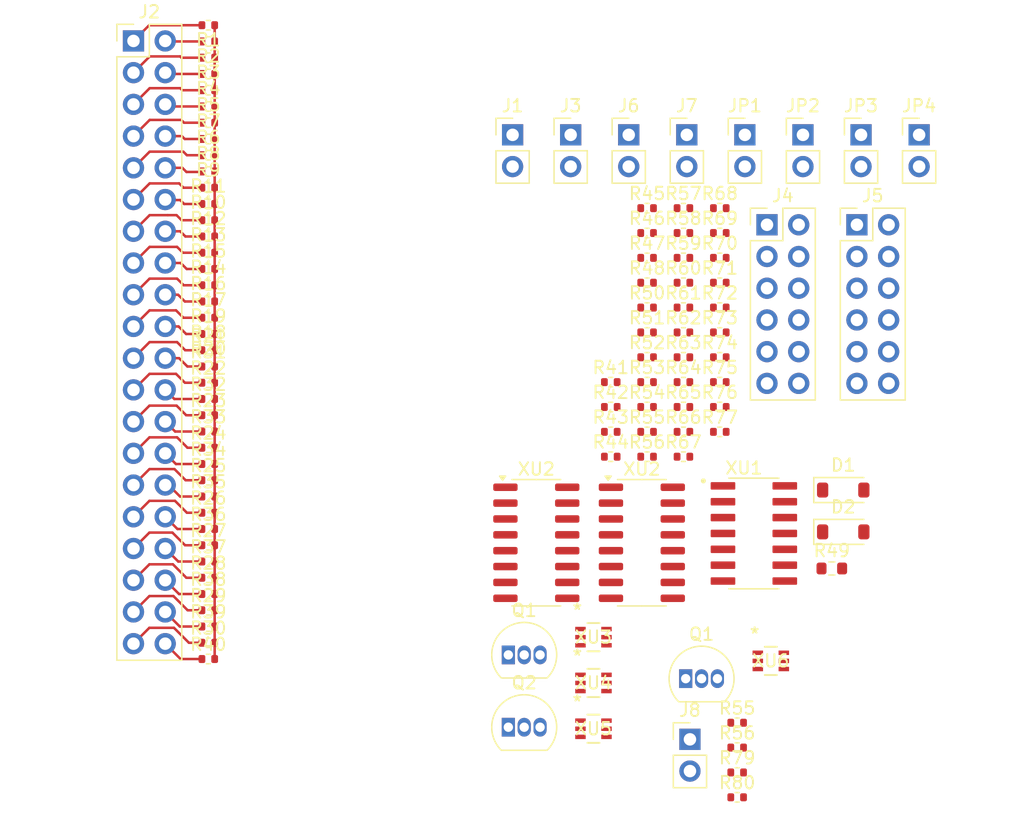
<source format=kicad_pcb>
(kicad_pcb (version 20240108) (generator "pcbnew") (generator_version "8.0")
  (layers (0 "F.Cu" signal) (31 "B.Cu" signal) (34 "B.Paste" user) (35 "F.Paste" user) (36 "B.SilkS" user "B.Silkscreen") (37 "F.SilkS" user "F.Silkscreen") (38 "B.Mask" user) (39 "F.Mask" user) (44 "Edge.Cuts" user))
  (net 0 "")
  (net 1 "Net-(D1-A)")
  (net 2 "Net-(D1-K)")
  (net 3 "+15V")
  (net 4 "Net-(J1-Pin_2)")
  (net 5 "Net-(J1-Pin_1)")
  (net 6 "Net-(J2-Pin_1)")
  (net 7 "Net-(J2-Pin_7)")
  (net 8 "Net-(J2-Pin_36)")
  (net 9 "Net-(J2-Pin_34)")
  (net 10 "Net-(J2-Pin_40)")
  (net 11 "Net-(J2-Pin_32)")
  (net 12 "Net-(J2-Pin_17)")
  (net 13 "Net-(J2-Pin_23)")
  (net 14 "Net-(J2-Pin_5)")
  (net 15 "Net-(J2-Pin_27)")
  (net 16 "Net-(J2-Pin_33)")
  (net 17 "Net-(J2-Pin_18)")
  (net 18 "Net-(J2-Pin_22)")
  (net 19 "Net-(J2-Pin_15)")
  (net 20 "Net-(J2-Pin_16)")
  (net 21 "Net-(J2-Pin_38)")
  (net 22 "Net-(J2-Pin_35)")
  (net 23 "Net-(J2-Pin_20)")
  (net 24 "Net-(J2-Pin_8)")
  (net 25 "Net-(J2-Pin_26)")
  (net 26 "Net-(J2-Pin_12)")
  (net 27 "Net-(J2-Pin_19)")
  (net 28 "Net-(J2-Pin_21)")
  (net 29 "Net-(J2-Pin_6)")
  (net 30 "Net-(J2-Pin_30)")
  (net 31 "Net-(J2-Pin_25)")
  (net 32 "Net-(J2-Pin_24)")
  (net 33 "Net-(J2-Pin_10)")
  (net 34 "Net-(J2-Pin_29)")
  (net 35 "Net-(J2-Pin_28)")
  (net 36 "Net-(J2-Pin_39)")
  (net 37 "Net-(J2-Pin_37)")
  (net 38 "Net-(J2-Pin_3)")
  (net 39 "Net-(J2-Pin_11)")
  (net 40 "Net-(J2-Pin_4)")
  (net 41 "Net-(J2-Pin_14)")
  (net 42 "Net-(J2-Pin_9)")
  (net 43 "Net-(J2-Pin_2)")
  (net 44 "Net-(J2-Pin_13)")
  (net 45 "Net-(J2-Pin_31)")
  (net 46 "/V_out")
  (net 47 "GND")
  (net 48 "3.3V")
  (net 49 "V_bias")
  (net 50 "-15V")
  (net 51 "V_slope")
  (net 52 "/V_slope_l")
  (net 53 "/V_bias_l")
  (net 54 "Net-(JP1-B)")
  (net 55 "Net-(JP1-A)")
  (net 56 "Net-(JP2-B)")
  (net 57 "Net-(JP3-B)")
  (net 58 "Net-(JP4-B)")
  (net 59 "Net-(Q1-B)")
  (net 60 "Net-(Q1-E)")
  (net 61 "/V_sink")
  (net 62 "/V_in")
  (net 63 "0")
  (net 64 "Net-(XU4-3)")
  (net 65 "Net-(XU4-6)")
  (net 66 "Net-(XU5-3)")
  (net 67 "Net-(XU1B-+)")
  (net 68 "Net-(XU1B--)")
  (net 69 "Net-(XU2A--)")
  (net 70 "Net-(XU2A-+)")
  (net 71 "Net-(R60-Pad1)")
  (net 72 "Net-(R61-Pad2)")
  (net 73 "Net-(R62-Pad1)")
  (net 74 "Net-(XU1C--)")
  (net 75 "Net-(R67-Pad1)")
  (net 76 "Net-(XU1C-+)")
  (net 77 "Net-(R69-Pad1)")
  (net 78 "Net-(R71-Pad2)")
  (net 79 "Net-(R72-Pad2)")
  (net 80 "Net-(XU1D-+)")
  (net 81 "Net-(XU1D--)")
  (net 84 "Net-(J8-Pin_1)")
  (net 85 "Net-(J8-Pin_2)")
  (net 86 "/out_bias")
  (net 87 "/V_diff_out")
  (net 88 "/V_diff_n")
  (net 89 "/V_sum")
  (net 90 "/V_sum_bias")
  (net 91 "/V_diff_p")
  (net 92 "Net-(XU4-1)")
  (net 93 "Net-(XU6-1)")
  (net 94 "Net-(XU5-4)")
  (net 95 "Net-(XU5-6)")
  (footprint "Resistor_SMD:R_0402_1005Metric" (layer "F.Cu") (at 99.25 36.903846 180)
    (property "Reference" "R4")
    (property "Value" "100k")
  )
  (footprint "Resistor_SMD:R_0402_1005Metric" (layer "F.Cu") (at 140.205 59.59)
    (property "Reference" "R74")
    (property "Value" "91k")
  )
  (footprint "Resistor_SMD:R_0402_1005Metric" (layer "F.Cu") (at 99.25 77.243588)
    (property "Reference" "R28")
    (property "Value" "100k")
  )
  (footprint "Resistor_SMD:R_0402_1005Metric" (layer "F.Cu") (at 134.385 47.65)
    (property "Reference" "R45")
    (property "Value" "10k")
  )
  (footprint "Resistor_SMD:R_0402_1005Metric" (layer "F.Cu") (at 134.385 63.57)
    (property "Reference" "R54")
    (property "Value" "100k")
  )
  (footprint "Connector_PinHeader_2.54mm:PinHeader_1x02_P2.54mm_Vertical" (layer "F.Cu") (at 146.865 41.78)
    (property "Reference" "JP2")
    (property "Value" "Jumper_2_Small_Open")
  )
  (footprint "Resistor_SMD:R_0402_1005Metric" (layer "F.Cu") (at 99.25 83.75)
    (property "Reference" "R40")
    (property "Value" "100k")
  )
  (footprint "Resistor_SMD:R_0402_1005Metric" (layer "F.Cu") (at 99.25 43.410256 180)
    (property "Reference" "R9")
    (property "Value" "100k")
  )
  (footprint "Resistor_SMD:R_0402_1005Metric" (layer "F.Cu") (at 99.25 69.435896)
    (property "Reference" "R25")
    (property "Value" "100k")
  )
  (footprint "Resistor_SMD:R_0402_1005Metric" (layer "F.Cu") (at 137.295 65.56)
    (property "Reference" "R66")
    (property "Value" "10k")
  )
  (footprint "Resistor_SMD:R_0402_1005Metric" (layer "F.Cu") (at 99.25 44.711538 180)
    (property "Reference" "R11")
    (property "Value" "100k")
  )
  (footprint "Resistor_SMD:R_0402_1005Metric" (layer "F.Cu") (at 99.25 57.724358 180)
    (property "Reference" "R20")
    (property "Value" "100k")
  )
  (footprint "Resistor_SMD:R_0402_1005Metric" (layer "F.Cu") (at 131.475 65.56)
    (property "Reference" "R43")
    (property "Value" "35k")
  )
  (footprint "Resistor_SMD:R_0402_1005Metric" (layer "F.Cu") (at 99.25 65.53205)
    (property "Reference" "R33")
    (property "Value" "100k")
  )
  (footprint "Resistor_SMD:R_0402_1005Metric" (layer "F.Cu") (at 99.25 59.02564)
    (property "Reference" "R21")
    (property "Value" "100k")
  )
  (footprint "Connector_PinHeader_2.54mm:PinHeader_2x06_P2.54mm_Vertical" (layer "F.Cu") (at 143.985 48.98)
    (property "Reference" "J4")
    (property "Value" "Conn_02x06_Counter_Clockwise")
  )
  (footprint "Resistor_SMD:R_0402_1005Metric" (layer "F.Cu") (at 131.475 61.58)
    (property "Reference" "R41")
    (property "Value" "100k")
  )
  (footprint "Connector_PinHeader_2.54mm:PinHeader_1x02_P2.54mm_Vertical" (layer "F.Cu") (at 156.165 41.78)
    (property "Reference" "JP4")
    (property "Value" "Jumper_2_Small_Open")
  )
  (footprint "Resistor_SMD:R_0402_1005Metric" (layer "F.Cu") (at 99.25 55.121794 180)
    (property "Reference" "R19")
    (property "Value" "100k")
  )
  (footprint "Resistor_SMD:R_0402_1005Metric" (layer "F.Cu") (at 134.385 61.58)
    (property "Reference" "R53")
    (property "Value" "1k")
  )
  (footprint "Package_TO_SOT_THT:TO-92_Inline" (layer "F.Cu") (at 137.4757 85.321499)
    (property "Reference" "Q1")
    (property "Value" "2N3904")
  )
  (footprint "Package_TO_SOT_THT:TO-92_Inline" (layer "F.Cu") (at 123.275 89.21)
    (property "Reference" "Q2")
    (property "Value" "2N3904")
  )
  (footprint "Resistor_SMD:R_0402_1005Metric" (layer "F.Cu") (at 137.295 63.57)
    (property "Reference" "R65")
    (property "Value" "91k")
  )
  (footprint "Resistor_SMD:R_0402_1005Metric" (layer "F.Cu") (at 141.5957 94.821499)
    (property "Reference" "R80")
    (property "Value" "33k")
  )
  (footprint "Package_SO:SOIC-16_3.9x9.9mm_P1.27mm" (layer "F.Cu") (at 133.965 74.44)
    (property "Reference" "XU2")
    (property "Value" "LM13700")
  )
  (footprint "Resistor_SMD:R_0402_1005Metric" (layer "F.Cu") (at 99.25 62.929486)
    (property "Reference" "R32")
    (property "Value" "100k")
  )
  (footprint "Resistor_SMD:R_0402_1005Metric" (layer "F.Cu") (at 141.5957 90.841499)
    (property "Reference" "R56")
    (property "Value" "100k")
  )
  (footprint "ul_SSM6N7002CFU-LF_footprints:SOT-363   US6_TOS" (layer "F.Cu") (at 144.2914 83.899999)
    (property "Reference" "XU6")
    (property "Value" "SSM6N7002CFU_LF")
  )
  (footprint "Resistor_SMD:R_0402_1005Metric" (layer "F.Cu") (at 134.385 57.6)
    (property "Reference" "R51")
    (property "Value" "1k")
  )
  (footprint "Resistor_SMD:R_0402_1005Metric" (layer "F.Cu") (at 99.25 34.301282 180)
    (property "Reference" "R2")
    (property "Value" "100k")
  )
  (footprint "Resistor_SMD:R_0402_1005Metric" (layer "F.Cu") (at 134.385 59.59)
    (property "Reference" "R52")
    (property "Value" "1k")
  )
  (footprint "Resistor_SMD:R_0402_1005Metric" (layer "F.Cu") (at 99.25 82.448716)
    (property "Reference" "R30")
    (property "Value" "100k")
  )
  (footprint "Connector_PinHeader_2.54mm:PinHeader_1x02_P2.54mm_Vertical" (layer "F.Cu") (at 137.8157 90.181499)
    (property "Reference" "J8")
    (property "Value" "Conn_01x02_Pin")
  )
  (footprint "Resistor_SMD:R_0402_1005Metric" (layer "F.Cu") (at 99.25 47.314102 180)
    (property "Reference" "R12")
    (property "Value" "100k")
  )
  (footprint "Resistor_SMD:R_0402_1005Metric" (layer "F.Cu") (at 99.25 38.205128 180)
    (property "Reference" "R5")
    (property "Value" "100k")
  )
  (footprint "Connector_PinHeader_2.54mm:PinHeader_2x06_P2.54mm_Vertical" (layer "F.Cu") (at 151.185 48.98)
    (property "Reference" "J5")
    (property "Value" "Conn_02x06_Counter_Clockwise")
  )
  (footprint "Connector_PinHeader_2.54mm:PinHeader_1x02_P2.54mm_Vertical" (layer "F.Cu") (at 137.565 41.78)
    (property "Reference" "J7")
    (property "Value" "Conn_01x02_Pin")
  )
  (footprint "Resistor_SMD:R_0402_1005Metric" (layer "F.Cu") (at 99.25 40.807692 180)
    (property "Reference" "R6")
    (property "Value" "100k")
  )
  (footprint "Resistor_SMD:R_0402_1005Metric" (layer "F.Cu") (at 99.25 35.602564 180)
    (property "Reference" "R3")
    (property "Value" "100k")
  )
  (footprint "Resistor_SMD:R_0402_1005Metric" (layer "F.Cu") (at 99.25 61.628204)
    (property "Reference" "R22")
    (property "Value" "100k")
  )
  (footprint "Resistor_SMD:R_0402_1005Metric" (layer "F.Cu") (at 140.205 49.64)
    (property "Reference" "R69")
    (property "Value" "10k")
  )
  (footprint "Resistor_SMD:R_0402_1005Metric" (layer "F.Cu") (at 99.25 39.50641 180)
    (property "Reference" "R7")
    (property "Value" "100k")
  )
  (footprint "Resistor_SMD:R_0402_1005Metric" (layer "F.Cu") (at 99.25 64.230768)
    (property "Reference" "R23")
    (property "Value" "100k")
  )
  (footprint "Resistor_SMD:R_0402_1005Metric" (layer "F.Cu") (at 140.205 57.6)
    (property "Reference" "R73")
    (property "Value" "10k")
  )
  (footprint "Resistor_SMD:R_0402_1005Metric" (layer "F.Cu") (at 137.295 61.58)
    (property "Reference" "R64")
    (property "Value" "10k")
  )
  (footprint "Diode_SMD:D_SOD-123" (layer "F.Cu") (at 150.09 73.57)
    (property "Reference" "D2")
    (property "Value" "1N4148WGW")
  )
  (footprint "Resistor_SMD:R_0402_1005Metric" (layer "F.Cu") (at 134.385 49.64)
    (property "Reference" "R46")
    (property "Value" "100k")
  )
  (footprint "Connector_PinHeader_2.54mm:PinHeader_1x02_P2.54mm_Vertical" (layer "F.Cu") (at 123.615 41.78)
    (property "Reference" "J1")
    (property "Value" "Conn_01x02_Pin")
  )
  (footprint "Resistor_SMD:R_0402_1005Metric" (layer "F.Cu") (at 131.475 63.57)
    (property "Reference" "R42")
    (property "Value" "1k")
  )
  (footprint "Resistor_SMD:R_0402_1005Metric" (layer "F.Cu") (at 137.295 49.64)
    (property "Reference" "R58")
    (property "Value" "100k")
  )
  (footprint "Resistor_SMD:R_0402_1005Metric" (layer "F.Cu") (at 140.205 61.58)
    (property "Reference" "R75")
    (property "Value" "91k")
  )
  (footprint "Package_SO:SOIC-16_3.9x9.9mm_P1.27mm" (layer "F.Cu") (at 125.515 74.44)
    (property "Reference" "XU2")
    (property "Value" "LM13700")
  )
  (footprint "Resistor_SMD:R_0402_1005Metric" (layer "F.Cu") (at 141.5957 88.851499)
    (property "Reference" "R55")
    (property "Value" "100k")
  )
  (footprint "Resistor_SMD:R_0402_1005Metric" (layer "F.Cu") (at 137.295 67.55)
    (property "Reference" "R67")
    (property "Value" "91k")
  )
  (footprint "Connector_PinHeader_2.54mm:PinHeader_2x20_P2.54mm_Vertical" (layer "F.Cu") (at 93.26 34.26)
    (property "Reference" "J2")
    (property "Value" "Conn_02x20_Counter_Clockwise")
  )
  (footprint "Diode_SMD:D_SOD-123" (layer "F.Cu") (at 150.09 70.22)
    (property "Reference" "D1")
    (property "Value" "1N4148WGW")
  )
  (footprint "Resistor_SMD:R_0402_1005Metric" (layer "F.Cu") (at 99.25 79.846152)
    (property "Reference" "R29")
    (property "Value" "100k")
  )
  (footprint "Resistor_SMD:R_0402_1005Metric" (layer "F.Cu") (at 99.25 68.134614)
    (property "Reference" "R34")
    (property "Value" "100k")
  )
  (footprint "Resistor_SMD:R_0402_1005Metric" (layer "F.Cu") (at 99.25 74.641024)
    (property "Reference" "R27")
    (property "Value" "100k")
  )
  (footprint "Resistor_SMD:R_0402_1005Metric" (layer "F.Cu") (at 140.205 65.56)
    (property "Reference" "R77")
    (property "Value" "0")
  )
  (footprint "Package_TO_SOT_THT:TO-92_Inline" (layer "F.Cu") (at 123.275 83.42)
    (property "Reference" "Q1")
    (property "Value" "2N3904")
  )
  (footprint "Resistor_SMD:R_0402_1005Metric" (layer "F.Cu") (at 99.25 46.01282 180)
    (property "Reference" "R10")
    (property "Value" "100k")
  )
  (footprint "Resistor_SMD:R_0402_1005Metric" (layer "F.Cu") (at 99.25 72.03846)
    (property "Reference" "R26")
    (property "Value" "100k")
  )
  (footprint "Connector_PinHeader_2.54mm:PinHeader_1x02_P2.54mm_Vertical" (layer "F.Cu") (at 128.265 41.78)
    (property "Reference" "J3")
    (property "Value" "Conn_01x02_Pin")
  )
  (footprint "Resistor_SMD:R_0402_1005Metric" (layer "F.Cu") (at 99.25 56.423076 180)
    (property "Reference" "R18")
    (property "Value" "100k")
  )
  (footprint "Resistor_SMD:R_0402_1005Metric" (layer "F.Cu") (at 99.25 53.820512 180)
    (property "Reference" "R17")
    (property "Value" "100k")
  )
  (footprint "Resistor_SMD:R_0402_1005Metric" (layer "F.Cu") (at 137.295 53.62)
    (property "Reference" "R60")
    (property "Value" "100k")
  )
  (footprint "Resistor_SMD:R_0402_1005Metric" (layer "F.Cu") (at 134.385 51.63)
    (property "Reference" "R47")
    (property "Value" "33k")
  )
  (footprint "Resistor_SMD:R_0402_1005Metric" (layer "F.Cu") (at 99.25 78.54487)
    (property "Reference" "R38")
    (property "Value" "100k")
  )
  (footprint "Resistor_SMD:R_0402_1005Metric" (layer "F.Cu") (at 134.385 55.61)
    (property "Reference" "R50")
    (property "Value" "100k")
  )
  (footprint "Resistor_SMD:R_0402_1005Metric" (layer "F.Cu") (at 137.295 47.65)
    (property "Reference" "R57")
    (property "Value" "100k")
  )
  (footprint "Resistor_SMD:R_0402_1005Metric" (layer "F.Cu") (at 140.205 53.62)
    (property "Reference" "R71")
    (property "Value" "10k")
  )
  (footprint "Resistor_SMD:R_0402_1005Metric" (layer "F.Cu") (at 99.25 51.217948 180)
    (property "Reference" "R14")
    (property "Value" "100k")
  )
  (footprint "Resistor_SMD:R_0402_1005Metric" (layer "F.Cu") (at 140.205 47.65)
    (property "Reference" "R68")
    (property "Value" "91k")
  )
  (footprint "Resistor_SMD:R_0402_1005Metric" (layer "F.Cu") (at 99.25 48.615384 180)
    (property "Reference" "R13")
    (property "Value" "100k")
  )
  (footprint "Resistor_SMD:R_0402_1005Metric" (layer "F.Cu") (at 99.25 42.108974 180)
    (property "Reference" "R8")
    (property "Value" "100k")
  )
  (footprint "Connector_PinHeader_2.54mm:PinHeader_1x02_P2.54mm_Vertical" (layer "F.Cu") (at 142.215 41.78)
    (property "Reference" "JP1")
    (property "Value" "Jumper_2_Small_Open")
  )
  (footprint "Resistor_SMD:R_0402_1005Metric" (layer "F.Cu") (at 134.385 53.62)
    (property "Reference" "R48")
    (property "Value" "33k")
  )
  (footprint "Resistor_SMD:R_0402_1005Metric" (layer "F.Cu") (at 99.25 70.737178)
    (property "Reference" "R35")
    (property "Value" "100k")
  )
  (footprint "ul_SSM6N7002CFU-LF_footprints:SOT-363   US6_TOS" (layer "F.Cu") (at 130.0907 85.6655)
    (property "Reference" "XU4")
    (property "Value" "SSM6N7002CFU_LF")
  )
  (footprint "Resistor_SMD:R_0402_1005Metric" (layer "F.Cu") (at 137.295 51.63)
    (property "Reference" "R59")
    (property "Value" "1k")
  )
  (footprint "Resistor_SMD:R_0402_1005Metric" (layer "F.Cu") (at 137.295 59.59)
    (property "Reference" "R63")
    (property "Value" "10k")
  )
  (footprint "Resistor_SMD:R_0402_1005Metric" (layer "F.Cu") (at 140.205 55.61)
    (property "Reference" "R72")
    (property "Value" "10k")
  )
  (footprint "Resistor_SMD:R_0402_1005Metric" (layer "F.Cu") (at 137.295 55.61)
    (property "Reference" "R61")
    (property "Value" "100k")
  )
  (footprint "Resistor_SMD:R_0402_1005Metric" (layer "F.Cu") (at 99.25 73.339742)
    (property "Reference" "R36")
    (property "Value" "100k")
  )
  (footprint "Resistor_SMD:R_0402_1005Metric" (layer "F.Cu") (at 140.205 51.63)
    (property "Reference" "R70")
    (property "Value" "10k")
  )
  (footprint "Resistor_SMD:R_0402_1005Metric" (layer "F.Cu") (at 99.25 66.833332)
    (property "Reference" "R24")
    (property "Value" "100k")
  )
  (footprint "Resistor_SMD:R_0402_1005Metric" (layer "F.Cu") (at 131.475 67.55)
    (property "Reference" "R44")
    (property "Value" "5k")
  )
  (footprint "LM324:SOIC127P600X175-14N" (layer "F.Cu") (at 142.935 73.695)
    (property "Reference" "XU1")
    (property "Value" "LM324")
  )
  (footprint "Resistor_SMD:R_0603_1608Metric" (layer "F.Cu") (at 149.175 76.5)
    (property "Reference" "R49")
    (property "Value" "500k")
  )
  (footprint "Resistor_SMD:R_0402_1005Metric" (layer "F.Cu") (at 140.205 63.57)
    (property "Reference" "R76")
    (property "Value" "91k")
  )
  (footprint "Resistor_SMD:R_0402_1005Metric" (layer "F.Cu") (at 141.5957 92.831499)
    (property "Reference" "R79")
    (property "Value" "33k")
  )
  (footprint "ul_SSM6N7002CFU-LF_footprints:SOT-363   US6_TOS" (layer "F.Cu") (at 130.0907 81.9985)
    (property "Reference" "XU3")
    (property "Value" "SSM6N7002CFU_LF")
  )
  (footprint "Resistor_SMD:R_0402_1005Metric" (layer "F.Cu") (at 99.25 49.916666 180)
    (property "Reference" "R15")
    (property "Value" "100k")
  )
  (footprint "Resistor_SMD:R_0402_1005Metric" (layer "F.Cu") (at 99.25 33 180)
    (property "Reference" "R1")
    (property "Value" "100k")
  )
  (footprint "Connector_PinHeader_2.54mm:PinHeader_1x02_P2.54mm_Vertical" (layer "F.Cu") (at 151.515 41.78)
    (property "Reference" "JP3")
    (property "Value" "Jumper_2_Small_Open")
  )
  (footprint "Resistor_SMD:R_0402_1005Metric" (layer "F.Cu") (at 99.25 81.147434)
    (property "Reference" "R39")
    (property "Value" "100k")
  )
  (footprint "Resistor_SMD:R_0402_1005Metric" (layer "F.Cu") (at 99.25 52.51923 180)
    (property "Reference" "R16")
    (property "Value" "100k")
  )
  (footprint "Resistor_SMD:R_0402_1005Metric" (layer "F.Cu") (at 137.295 57.6)
    (property "Reference" "R62")
    (property "Value" "15k")
  )
  (footprint "ul_SSM6N7002CFU-LF_footprints:SOT-363   US6_TOS" (layer "F.Cu") (at 130.0907 89.3325)
    (property "Reference" "XU5")
    (property "Value" "SSM6N7002CFU_LF")
  )
  (footprint "Resistor_SMD:R_0402_1005Metric" (layer "F.Cu") (at 99.25 75.942306)
    (property "Reference" "R37")
    (property "Value" "100k")
  )
  (footprint "Connector_PinHeader_2.54mm:PinHeader_1x02_P2.54mm_Vertical" (layer "F.Cu") (at 132.915 41.78)
    (property "Reference" "J6")
    (property "Value" "Conn_01x02_Pin")
  )
  (footprint "Resistor_SMD:R_0402_1005Metric" (layer "F.Cu") (at 134.385 67.55)
    (property "Reference" "R56")
    (property "Value" "100k")
  )
  (footprint "Resistor_SMD:R_0402_1005Metric" (layer "F.Cu") (at 134.385 65.56)
    (property "Reference" "R55")
    (property "Value" "100k")
  )
  (footprint "Resistor_SMD:R_0402_1005Metric" (layer "F.Cu") (at 99.25 60.326922)
    (property "Reference" "R31")
    (property "Value" "100k")
  )
  (segment (start 94.52 33) (end 98.74 33) (width 0.2) (layer "F.Cu") (net 6))
  (segment (start 94.52 33) (end 93.26 34.26) (width 0.2) (layer "F.Cu") (net 6))
  (segment (start 94.556668 40.583332) (end 97.083332 40.583332) (width 0.2) (layer "F.Cu") (net 7))
  (segment (start 93.26 41.88) (end 94.556668 40.583332) (width 0.2) (layer "F.Cu") (net 7))
  (segment (start 97.083332 40.583332) (end 97.307692 40.807692) (width 0.2) (layer "F.Cu") (net 7))
  (segment (start 97.307692 40.807692) (end 98.74 40.807692) (width 0.2) (layer "F.Cu") (net 7))
  (segment (start 95.8 77.44) (end 96.90487 78.54487) (width 0.2) (layer "F.Cu") (net 8))
  (segment (start 96.90487 78.54487) (end 98.74 78.54487) (width 0.2) (layer "F.Cu") (net 8))
  (segment (start 95.8 74.9) (end 96.842306 75.942306) (width 0.2) (layer "F.Cu") (net 9))
  (segment (start 96.842306 75.942306) (end 98.74 75.942306) (width 0.2) (layer "F.Cu") (net 9))
  (segment (start 95.8 82.52) (end 97.03 83.75) (width 0.2) (layer "F.Cu") (net 10))
  (segment (start 97.03 83.75) (end 98.74 83.75) (width 0.2) (layer "F.Cu") (net 10))
  (segment (start 95.8 72.36) (end 96.779742 73.339742) (width 0.2) (layer "F.Cu") (net 11))
  (segment (start 96.779742 73.339742) (end 98.74 73.339742) (width 0.2) (layer "F.Cu") (net 11))
  (segment (start 94.548338 53.291662) (end 93.26 54.58) (width 0.2) (layer "F.Cu") (net 12))
  (segment (start 96.75 53.291662) (end 94.548338 53.291662) (width 0.2) (layer "F.Cu") (net 12))
  (segment (start 96.75 53.291662) (end 97.27885 53.820512) (width 0.2) (layer "F.Cu") (net 12))
  (segment (start 97.27885 53.820512) (end 98.74 53.820512) (width 0.2) (layer "F.Cu") (net 12))
  (segment (start 94.54334 60.91666) (end 96.66666 60.91666) (width 0.2) (layer "F.Cu") (net 13))
  (segment (start 96.66666 60.91666) (end 97.378204 61.628204) (width 0.2) (layer "F.Cu") (net 13))
  (segment (start 97.378204 61.628204) (end 98.74 61.628204) (width 0.2) (layer "F.Cu") (net 13))
  (segment (start 93.26 62.2) (end 94.54334 60.91666) (width 0.2) (layer "F.Cu") (net 13))
  (segment (start 97.163462 38.205128) (end 97 38.041666) (width 0.2) (layer "F.Cu") (net 14))
  (segment (start 94.558334 38.041666) (end 93.26 39.34) (width 0.2) (layer "F.Cu") (net 14))
  (segment (start 98.74 38.205128) (end 97.163462 38.205128) (width 0.2) (layer "F.Cu") (net 14))
  (segment (start 97 38.041666) (end 94.558334 38.041666) (width 0.2) (layer "F.Cu") (net 14))
  (segment (start 98.74 66.833332) (end 97.58334 66.833332) (width 0.2) (layer "F.Cu") (net 15))
  (segment (start 97.58334 66.833332) (end 96.75 65.999992) (width 0.2) (layer "F.Cu") (net 15))
  (segment (start 94.540008 65.999992) (end 93.26 67.28) (width 0.2) (layer "F.Cu") (net 15))
  (segment (start 96.75 65.999992) (end 94.540008 65.999992) (width 0.2) (layer "F.Cu") (net 15))
  (segment (start 97.391024 74.641024) (end 98.74 74.641024) (width 0.2) (layer "F.Cu") (net 16))
  (segment (start 96.37499 73.62499) (end 97.391024 74.641024) (width 0.2) (layer "F.Cu") (net 16))
  (segment (start 93.26 74.9) (end 94.53501 73.62499) (width 0.2) (layer "F.Cu") (net 16))
  (segment (start 94.53501 73.62499) (end 96.37499 73.62499) (width 0.2) (layer "F.Cu") (net 16))
  (segment (start 97.371794 55.121794) (end 96.83 54.58) (width 0.2) (layer "F.Cu") (net 17))
  (segment (start 98.74 55.121794) (end 97.371794 55.121794) (width 0.2) (layer "F.Cu") (net 17))
  (segment (start 96.83 54.58) (end 95.8 54.58) (width 0.2) (layer "F.Cu") (net 17))
  (segment (start 97.576922 60.326922) (end 96.91 59.66) (width 0.2) (layer "F.Cu") (net 18))
  (segment (start 98.74 60.326922) (end 97.576922 60.326922) (width 0.2) (layer "F.Cu") (net 18))
  (segment (start 96.91 59.66) (end 95.8 59.66) (width 0.2) (layer "F.Cu") (net 18))
  (segment (start 96.75 50.749996) (end 94.550004 50.749996) (width 0.2) (layer "F.Cu") (net 19))
  (segment (start 96.75 50.749996) (end 97.217952 51.217948) (width 0.2) (layer "F.Cu") (net 19))
  (segment (start 97.217952 51.217948) (end 98.74 51.217948) (width 0.2) (layer "F.Cu") (net 19))
  (segment (start 94.550004 50.749996) (end 93.26 52.04) (width 0.2) (layer "F.Cu") (net 19))
  (segment (start 97.51923 52.51923) (end 97.04 52.04) (width 0.2) (layer "F.Cu") (net 20))
  (segment (start 98.74 52.51923) (end 97.51923 52.51923) (width 0.2) (layer "F.Cu") (net 20))
  (segment (start 97.04 52.04) (end 95.8 52.04) (width 0.2) (layer "F.Cu") (net 20))
  (segment (start 95.8 79.98) (end 96.967434 81.147434) (width 0.2) (layer "F.Cu") (net 21))
  (segment (start 96.967434 81.147434) (end 98.74 81.147434) (width 0.2) (layer "F.Cu") (net 21))
  (segment (start 96.416656 76.166656) (end 94.533344 76.166656) (width 0.2) (layer "F.Cu") (net 22))
  (segment (start 97.493588 77.243588) (end 96.416656 76.166656) (width 0.2) (layer "F.Cu") (net 22))
  (segment (start 94.533344 76.166656) (end 93.26 77.44) (width 0.2) (layer "F.Cu") (net 22))
  (segment (start 98.74 77.243588) (end 97.493588 77.243588) (width 0.2) (layer "F.Cu") (net 22))
  (segment (start 98.74 57.724358) (end 97.474358 57.724358) (width 0.2) (layer "F.Cu") (net 23))
  (segment (start 97.474358 57.724358) (end 96.87 57.12) (width 0.2) (layer "F.Cu") (net 23))
  (segment (start 96.87 57.12) (end 95.8 57.12) (width 0.2) (layer "F.Cu") (net 23))
  (segment (start 98.74 42.108974) (end 97.358974 42.108974) (width 0.2) (layer "F.Cu") (net 24))
  (segment (start 97.358974 42.108974) (end 97.13 41.88) (width 0.2) (layer "F.Cu") (net 24))
  (segment (start 97.13 41.88) (end 95.8 41.88) (width 0.2) (layer "F.Cu") (net 24))
  (segment (start 98.74 65.53205) (end 96.59205 65.53205) (width 0.2) (layer "F.Cu") (net 25))
  (segment (start 96.59205 65.53205) (end 95.8 64.74) (width 0.2) (layer "F.Cu") (net 25))
  (segment (start 97 47) (end 95.84 47) (width 0.2) (layer "F.Cu") (net 26))
  (segment (start 98.74 47.314102) (end 97.314102 47.314102) (width 0.2) (layer "F.Cu") (net 26))
  (segment (start 95.84 47) (end 95.8 46.96) (width 0.2) (layer "F.Cu") (net 26))
  (segment (start 97.314102 47.314102) (end 97 47) (width 0.2) (layer "F.Cu") (net 26))
  (segment (start 94.546672 55.833328) (end 93.26 57.12) (width 0.2) (layer "F.Cu") (net 27))
  (segment (start 98.74 56.423076) (end 97.256412 56.423076) (width 0.2) (layer "F.Cu") (net 27))
  (segment (start 96.666664 55.833328) (end 94.546672 55.833328) (width 0.2) (layer "F.Cu") (net 27))
  (segment (start 97.256412 56.423076) (end 96.666664 55.833328) (width 0.2) (layer "F.Cu") (net 27))
  (segment (start 97.400646 59.02564) (end 96.75 58.374994) (width 0.2) (layer "F.Cu") (net 28))
  (segment (start 98.74 59.02564) (end 97.400646 59.02564) (width 0.2) (layer "F.Cu") (net 28))
  (segment (start 94.545006 58.374994) (end 93.26 59.66) (width 0.2) (layer "F.Cu") (net 28))
  (segment (start 96.75 58.374994) (end 94.545006 58.374994) (width 0.2) (layer "F.Cu") (net 28))
  (segment (start 98.74 39.50641) (end 95.96641 39.50641) (width 0.2) (layer "F.Cu") (net 29))
  (segment (start 95.96641 39.50641) (end 95.8 39.34) (width 0.2) (layer "F.Cu") (net 29))
  (segment (start 98.74 70.737178) (end 96.987178 70.737178) (width 0.2) (layer "F.Cu") (net 30))
  (segment (start 96.987178 70.737178) (end 96.07 69.82) (width 0.2) (layer "F.Cu") (net 30))
  (segment (start 96.07 69.82) (end 95.8 69.82) (width 0.2) (layer "F.Cu") (net 30))
  (segment (start 93.26 64.74) (end 94.541674 63.458326) (width 0.2) (layer "F.Cu") (net 31))
  (segment (start 96.708326 63.458326) (end 97.480768 64.230768) (width 0.2) (layer "F.Cu") (net 31))
  (segment (start 94.541674 63.458326) (end 96.708326 63.458326) (width 0.2) (layer "F.Cu") (net 31))
  (segment (start 97.480768 64.230768) (end 98.74 64.230768) (width 0.2) (layer "F.Cu") (net 31))
  (segment (start 98.74 62.929486) (end 96.529486 62.929486) (width 0.2) (layer "F.Cu") (net 32))
  (segment (start 96.529486 62.929486) (end 95.8 62.2) (width 0.2) (layer "F.Cu") (net 32))
  (segment (start 97.5 44.75) (end 97.17 44.42) (width 0.2) (layer "F.Cu") (net 33))
  (segment (start 98.74 44.711538) (end 98.701538 44.75) (width 0.2) (layer "F.Cu") (net 33))
  (segment (start 97.17 44.42) (end 95.8 44.42) (width 0.2) (layer "F.Cu") (net 33))
  (segment (start 98.701538 44.75) (end 97.5 44.75) (width 0.2) (layer "F.Cu") (net 33))
  (segment (start 94.538342 68.541658) (end 93.26 69.82) (width 0.2) (layer "F.Cu") (net 34))
  (segment (start 98.74 69.435896) (end 97.435896 69.435896) (width 0.2) (layer "F.Cu") (net 34))
  (segment (start 96.541658 68.541658) (end 94.538342 68.541658) (width 0.2) (layer "F.Cu") (net 34))
  (segment (start 97.435896 69.435896) (end 96.541658 68.541658) (width 0.2) (layer "F.Cu") (net 34))
  (segment (start 96.654614 68.134614) (end 95.8 67.28) (width 0.2) (layer "F.Cu") (net 35))
  (segment (start 98.74 68.134614) (end 96.654614 68.134614) (width 0.2) (layer "F.Cu") (net 35))
  (segment (start 97.698716 82.448716) (end 98.74 82.448716) (width 0.2) (layer "F.Cu") (net 36))
  (segment (start 94.53 81.25) (end 96.5 81.25) (width 0.2) (layer "F.Cu") (net 36))
  (segment (start 96.5 81.25) (end 97.698716 82.448716) (width 0.2) (layer "F.Cu") (net 36))
  (segment (start 93.26 82.52) (end 94.53 81.25) (width 0.2) (layer "F.Cu") (net 36))
  (segment (start 97.596152 79.846152) (end 96.458322 78.708322) (width 0.2) (layer "F.Cu") (net 37))
  (segment (start 98.74 79.846152) (end 97.596152 79.846152) (width 0.2) (layer "F.Cu") (net 37))
  (segment (start 94.531678 78.708322) (end 93.26 79.98) (width 0.2) (layer "F.Cu") (net 37))
  (segment (start 96.458322 78.708322) (end 94.531678 78.708322) (width 0.2) (layer "F.Cu") (net 37))
  (segment (start 97.102564 35.602564) (end 97 35.5) (width 0.2) (layer "F.Cu") (net 38))
  (segment (start 94.56 35.5) (end 93.26 36.8) (width 0.2) (layer "F.Cu") (net 38))
  (segment (start 97 35.5) (end 94.56 35.5) (width 0.2) (layer "F.Cu") (net 38))
  (segment (start 98.74 35.602564) (end 97.102564 35.602564) (width 0.2) (layer "F.Cu") (net 38))
  (segment (start 96.916664 45.666664) (end 97.26282 46.01282) (width 0.2) (layer "F.Cu") (net 39))
  (segment (start 94.553336 45.666664) (end 96.916664 45.666664) (width 0.2) (layer "F.Cu") (net 39))
  (segment (start 97.26282 46.01282) (end 98.74 46.01282) (width 0.2) (layer "F.Cu") (net 39))
  (segment (start 93.26 46.96) (end 94.553336 45.666664) (width 0.2) (layer "F.Cu") (net 39))
  (segment (start 95.903846 36.903846) (end 95.8 36.8) (width 0.2) (layer "F.Cu") (net 40))
  (segment (start 98.74 36.903846) (end 95.903846 36.903846) (width 0.2) (layer "F.Cu") (net 40))
  (segment (start 97.416666 49.916666) (end 97 49.5) (width 0.2) (layer "F.Cu") (net 41))
  (segment (start 97 49.5) (end 95.8 49.5) (width 0.2) (layer "F.Cu") (net 41))
  (segment (start 98.74 49.916666) (end 97.416666 49.916666) (width 0.2) (layer "F.Cu") (net 41))
  (segment (start 97.25 43.124998) (end 94.555002 43.124998) (width 0.2) (layer "F.Cu") (net 42))
  (segment (start 97.25 43.124998) (end 97.535258 43.410256) (width 0.2) (layer "F.Cu") (net 42))
  (segment (start 97.535258 43.410256) (end 98.74 43.410256) (width 0.2) (layer "F.Cu") (net 42))
  (segment (start 94.555002 43.124998) (end 93.26 44.42) (width 0.2) (layer "F.Cu") (net 42))
  (segment (start 95.841282 34.301282) (end 95.8 34.26) (width 0.2) (layer "F.Cu") (net 43))
  (segment (start 98.74 34.301282) (end 95.841282 34.301282) (width 0.2) (layer "F.Cu") (net 43))
  (segment (start 96.70833 48.20833) (end 97.115384 48.615384) (width 0.2) (layer "F.Cu") (net 44))
  (segment (start 94.55167 48.20833) (end 93.26 49.5) (width 0.2) (layer "F.Cu") (net 44))
  (segment (start 96 48.20833) (end 96.70833 48.20833) (width 0.2) (layer "F.Cu") (net 44))
  (segment (start 96 48.20833) (end 94.55167 48.20833) (width 0.2) (layer "F.Cu") (net 44))
  (segment (start 97.115384 48.615384) (end 98.74 48.615384) (width 0.2) (layer "F.Cu") (net 44))
  (segment (start 97.53846 72.03846) (end 98.74 72.03846) (width 0.2) (layer "F.Cu") (net 45))
  (segment (start 94.536676 71.083324) (end 96.583324 71.083324) (width 0.2) (layer "F.Cu") (net 45))
  (segment (start 96.583324 71.083324) (end 97.53846 72.03846) (width 0.2) (layer "F.Cu") (net 45))
  (segment (start 93.26 72.36) (end 94.536676 71.083324) (width 0.2) (layer "F.Cu") (net 45))
  (segment (start 99.76 33) (end 99.76 83.75) (width 0.2) (layer "F.Cu") (net 62))
)
</source>
